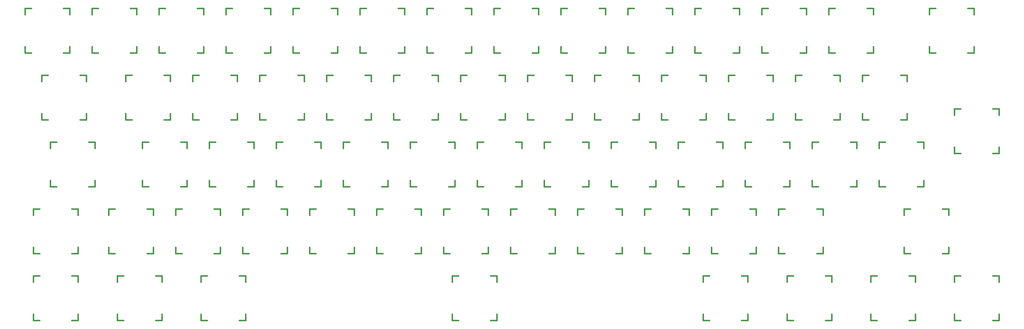
<source format=gto>
G04 #@! TF.FileFunction,Legend,Top*
%FSLAX46Y46*%
G04 Gerber Fmt 4.6, Leading zero omitted, Abs format (unit mm)*
G04 Created by KiCad (PCBNEW 4.0.5) date 02/06/17 19:39:07*
%MOMM*%
%LPD*%
G01*
G04 APERTURE LIST*
%ADD10C,0.100000*%
%ADD11C,0.381000*%
G04 APERTURE END LIST*
D10*
D11*
X279400000Y-22225000D02*
X281178000Y-22225000D01*
X290322000Y-22225000D02*
X292100000Y-22225000D01*
X292100000Y-22225000D02*
X292100000Y-24003000D01*
X292100000Y-33147000D02*
X292100000Y-34925000D01*
X292100000Y-34925000D02*
X290322000Y-34925000D01*
X281178000Y-34925000D02*
X279400000Y-34925000D01*
X279400000Y-34925000D02*
X279400000Y-33147000D01*
X279400000Y-24003000D02*
X279400000Y-22225000D01*
X286543750Y-50800000D02*
X288321750Y-50800000D01*
X297465750Y-50800000D02*
X299243750Y-50800000D01*
X299243750Y-50800000D02*
X299243750Y-52578000D01*
X299243750Y-61722000D02*
X299243750Y-63500000D01*
X299243750Y-63500000D02*
X297465750Y-63500000D01*
X288321750Y-63500000D02*
X286543750Y-63500000D01*
X286543750Y-63500000D02*
X286543750Y-61722000D01*
X286543750Y-52578000D02*
X286543750Y-50800000D01*
X272256250Y-79375000D02*
X274034250Y-79375000D01*
X283178250Y-79375000D02*
X284956250Y-79375000D01*
X284956250Y-79375000D02*
X284956250Y-81153000D01*
X284956250Y-90297000D02*
X284956250Y-92075000D01*
X284956250Y-92075000D02*
X283178250Y-92075000D01*
X274034250Y-92075000D02*
X272256250Y-92075000D01*
X272256250Y-92075000D02*
X272256250Y-90297000D01*
X272256250Y-81153000D02*
X272256250Y-79375000D01*
X143668750Y-98425000D02*
X145446750Y-98425000D01*
X154590750Y-98425000D02*
X156368750Y-98425000D01*
X156368750Y-98425000D02*
X156368750Y-100203000D01*
X156368750Y-109347000D02*
X156368750Y-111125000D01*
X156368750Y-111125000D02*
X154590750Y-111125000D01*
X145446750Y-111125000D02*
X143668750Y-111125000D01*
X143668750Y-111125000D02*
X143668750Y-109347000D01*
X143668750Y-100203000D02*
X143668750Y-98425000D01*
X29368750Y-60325000D02*
X31146750Y-60325000D01*
X40290750Y-60325000D02*
X42068750Y-60325000D01*
X42068750Y-60325000D02*
X42068750Y-62103000D01*
X42068750Y-71247000D02*
X42068750Y-73025000D01*
X42068750Y-73025000D02*
X40290750Y-73025000D01*
X31146750Y-73025000D02*
X29368750Y-73025000D01*
X29368750Y-73025000D02*
X29368750Y-71247000D01*
X29368750Y-62103000D02*
X29368750Y-60325000D01*
X26987500Y-41275000D02*
X28765500Y-41275000D01*
X37909500Y-41275000D02*
X39687500Y-41275000D01*
X39687500Y-41275000D02*
X39687500Y-43053000D01*
X39687500Y-52197000D02*
X39687500Y-53975000D01*
X39687500Y-53975000D02*
X37909500Y-53975000D01*
X28765500Y-53975000D02*
X26987500Y-53975000D01*
X26987500Y-53975000D02*
X26987500Y-52197000D01*
X26987500Y-43053000D02*
X26987500Y-41275000D01*
X22225000Y-22225000D02*
X24003000Y-22225000D01*
X33147000Y-22225000D02*
X34925000Y-22225000D01*
X34925000Y-22225000D02*
X34925000Y-24003000D01*
X34925000Y-33147000D02*
X34925000Y-34925000D01*
X34925000Y-34925000D02*
X33147000Y-34925000D01*
X24003000Y-34925000D02*
X22225000Y-34925000D01*
X22225000Y-34925000D02*
X22225000Y-33147000D01*
X22225000Y-24003000D02*
X22225000Y-22225000D01*
X41275000Y-22225000D02*
X43053000Y-22225000D01*
X52197000Y-22225000D02*
X53975000Y-22225000D01*
X53975000Y-22225000D02*
X53975000Y-24003000D01*
X53975000Y-33147000D02*
X53975000Y-34925000D01*
X53975000Y-34925000D02*
X52197000Y-34925000D01*
X43053000Y-34925000D02*
X41275000Y-34925000D01*
X41275000Y-34925000D02*
X41275000Y-33147000D01*
X41275000Y-24003000D02*
X41275000Y-22225000D01*
X265112500Y-60325000D02*
X266890500Y-60325000D01*
X276034500Y-60325000D02*
X277812500Y-60325000D01*
X277812500Y-60325000D02*
X277812500Y-62103000D01*
X277812500Y-71247000D02*
X277812500Y-73025000D01*
X277812500Y-73025000D02*
X276034500Y-73025000D01*
X266890500Y-73025000D02*
X265112500Y-73025000D01*
X265112500Y-73025000D02*
X265112500Y-71247000D01*
X265112500Y-62103000D02*
X265112500Y-60325000D01*
X260350000Y-41275000D02*
X262128000Y-41275000D01*
X271272000Y-41275000D02*
X273050000Y-41275000D01*
X273050000Y-41275000D02*
X273050000Y-43053000D01*
X273050000Y-52197000D02*
X273050000Y-53975000D01*
X273050000Y-53975000D02*
X271272000Y-53975000D01*
X262128000Y-53975000D02*
X260350000Y-53975000D01*
X260350000Y-53975000D02*
X260350000Y-52197000D01*
X260350000Y-43053000D02*
X260350000Y-41275000D01*
X250825000Y-22225000D02*
X252603000Y-22225000D01*
X261747000Y-22225000D02*
X263525000Y-22225000D01*
X263525000Y-22225000D02*
X263525000Y-24003000D01*
X263525000Y-33147000D02*
X263525000Y-34925000D01*
X263525000Y-34925000D02*
X261747000Y-34925000D01*
X252603000Y-34925000D02*
X250825000Y-34925000D01*
X250825000Y-34925000D02*
X250825000Y-33147000D01*
X250825000Y-24003000D02*
X250825000Y-22225000D01*
X236537500Y-79375000D02*
X238315500Y-79375000D01*
X247459500Y-79375000D02*
X249237500Y-79375000D01*
X249237500Y-79375000D02*
X249237500Y-81153000D01*
X249237500Y-90297000D02*
X249237500Y-92075000D01*
X249237500Y-92075000D02*
X247459500Y-92075000D01*
X238315500Y-92075000D02*
X236537500Y-92075000D01*
X236537500Y-92075000D02*
X236537500Y-90297000D01*
X236537500Y-81153000D02*
X236537500Y-79375000D01*
X246062500Y-60325000D02*
X247840500Y-60325000D01*
X256984500Y-60325000D02*
X258762500Y-60325000D01*
X258762500Y-60325000D02*
X258762500Y-62103000D01*
X258762500Y-71247000D02*
X258762500Y-73025000D01*
X258762500Y-73025000D02*
X256984500Y-73025000D01*
X247840500Y-73025000D02*
X246062500Y-73025000D01*
X246062500Y-73025000D02*
X246062500Y-71247000D01*
X246062500Y-62103000D02*
X246062500Y-60325000D01*
X241300000Y-41275000D02*
X243078000Y-41275000D01*
X252222000Y-41275000D02*
X254000000Y-41275000D01*
X254000000Y-41275000D02*
X254000000Y-43053000D01*
X254000000Y-52197000D02*
X254000000Y-53975000D01*
X254000000Y-53975000D02*
X252222000Y-53975000D01*
X243078000Y-53975000D02*
X241300000Y-53975000D01*
X241300000Y-53975000D02*
X241300000Y-52197000D01*
X241300000Y-43053000D02*
X241300000Y-41275000D01*
X231775000Y-22225000D02*
X233553000Y-22225000D01*
X242697000Y-22225000D02*
X244475000Y-22225000D01*
X244475000Y-22225000D02*
X244475000Y-24003000D01*
X244475000Y-33147000D02*
X244475000Y-34925000D01*
X244475000Y-34925000D02*
X242697000Y-34925000D01*
X233553000Y-34925000D02*
X231775000Y-34925000D01*
X231775000Y-34925000D02*
X231775000Y-33147000D01*
X231775000Y-24003000D02*
X231775000Y-22225000D01*
X217487500Y-79375000D02*
X219265500Y-79375000D01*
X228409500Y-79375000D02*
X230187500Y-79375000D01*
X230187500Y-79375000D02*
X230187500Y-81153000D01*
X230187500Y-90297000D02*
X230187500Y-92075000D01*
X230187500Y-92075000D02*
X228409500Y-92075000D01*
X219265500Y-92075000D02*
X217487500Y-92075000D01*
X217487500Y-92075000D02*
X217487500Y-90297000D01*
X217487500Y-81153000D02*
X217487500Y-79375000D01*
X227012500Y-60325000D02*
X228790500Y-60325000D01*
X237934500Y-60325000D02*
X239712500Y-60325000D01*
X239712500Y-60325000D02*
X239712500Y-62103000D01*
X239712500Y-71247000D02*
X239712500Y-73025000D01*
X239712500Y-73025000D02*
X237934500Y-73025000D01*
X228790500Y-73025000D02*
X227012500Y-73025000D01*
X227012500Y-73025000D02*
X227012500Y-71247000D01*
X227012500Y-62103000D02*
X227012500Y-60325000D01*
X222250000Y-41275000D02*
X224028000Y-41275000D01*
X233172000Y-41275000D02*
X234950000Y-41275000D01*
X234950000Y-41275000D02*
X234950000Y-43053000D01*
X234950000Y-52197000D02*
X234950000Y-53975000D01*
X234950000Y-53975000D02*
X233172000Y-53975000D01*
X224028000Y-53975000D02*
X222250000Y-53975000D01*
X222250000Y-53975000D02*
X222250000Y-52197000D01*
X222250000Y-43053000D02*
X222250000Y-41275000D01*
X212725000Y-22225000D02*
X214503000Y-22225000D01*
X223647000Y-22225000D02*
X225425000Y-22225000D01*
X225425000Y-22225000D02*
X225425000Y-24003000D01*
X225425000Y-33147000D02*
X225425000Y-34925000D01*
X225425000Y-34925000D02*
X223647000Y-34925000D01*
X214503000Y-34925000D02*
X212725000Y-34925000D01*
X212725000Y-34925000D02*
X212725000Y-33147000D01*
X212725000Y-24003000D02*
X212725000Y-22225000D01*
X193675000Y-22225000D02*
X195453000Y-22225000D01*
X204597000Y-22225000D02*
X206375000Y-22225000D01*
X206375000Y-22225000D02*
X206375000Y-24003000D01*
X206375000Y-33147000D02*
X206375000Y-34925000D01*
X206375000Y-34925000D02*
X204597000Y-34925000D01*
X195453000Y-34925000D02*
X193675000Y-34925000D01*
X193675000Y-34925000D02*
X193675000Y-33147000D01*
X193675000Y-24003000D02*
X193675000Y-22225000D01*
X174625000Y-22225000D02*
X176403000Y-22225000D01*
X185547000Y-22225000D02*
X187325000Y-22225000D01*
X187325000Y-22225000D02*
X187325000Y-24003000D01*
X187325000Y-33147000D02*
X187325000Y-34925000D01*
X187325000Y-34925000D02*
X185547000Y-34925000D01*
X176403000Y-34925000D02*
X174625000Y-34925000D01*
X174625000Y-34925000D02*
X174625000Y-33147000D01*
X174625000Y-24003000D02*
X174625000Y-22225000D01*
X155575000Y-22225000D02*
X157353000Y-22225000D01*
X166497000Y-22225000D02*
X168275000Y-22225000D01*
X168275000Y-22225000D02*
X168275000Y-24003000D01*
X168275000Y-33147000D02*
X168275000Y-34925000D01*
X168275000Y-34925000D02*
X166497000Y-34925000D01*
X157353000Y-34925000D02*
X155575000Y-34925000D01*
X155575000Y-34925000D02*
X155575000Y-33147000D01*
X155575000Y-24003000D02*
X155575000Y-22225000D01*
X136525000Y-22225000D02*
X138303000Y-22225000D01*
X147447000Y-22225000D02*
X149225000Y-22225000D01*
X149225000Y-22225000D02*
X149225000Y-24003000D01*
X149225000Y-33147000D02*
X149225000Y-34925000D01*
X149225000Y-34925000D02*
X147447000Y-34925000D01*
X138303000Y-34925000D02*
X136525000Y-34925000D01*
X136525000Y-34925000D02*
X136525000Y-33147000D01*
X136525000Y-24003000D02*
X136525000Y-22225000D01*
X117475000Y-22225000D02*
X119253000Y-22225000D01*
X128397000Y-22225000D02*
X130175000Y-22225000D01*
X130175000Y-22225000D02*
X130175000Y-24003000D01*
X130175000Y-33147000D02*
X130175000Y-34925000D01*
X130175000Y-34925000D02*
X128397000Y-34925000D01*
X119253000Y-34925000D02*
X117475000Y-34925000D01*
X117475000Y-34925000D02*
X117475000Y-33147000D01*
X117475000Y-24003000D02*
X117475000Y-22225000D01*
X98425000Y-22225000D02*
X100203000Y-22225000D01*
X109347000Y-22225000D02*
X111125000Y-22225000D01*
X111125000Y-22225000D02*
X111125000Y-24003000D01*
X111125000Y-33147000D02*
X111125000Y-34925000D01*
X111125000Y-34925000D02*
X109347000Y-34925000D01*
X100203000Y-34925000D02*
X98425000Y-34925000D01*
X98425000Y-34925000D02*
X98425000Y-33147000D01*
X98425000Y-24003000D02*
X98425000Y-22225000D01*
X79375000Y-22225000D02*
X81153000Y-22225000D01*
X90297000Y-22225000D02*
X92075000Y-22225000D01*
X92075000Y-22225000D02*
X92075000Y-24003000D01*
X92075000Y-33147000D02*
X92075000Y-34925000D01*
X92075000Y-34925000D02*
X90297000Y-34925000D01*
X81153000Y-34925000D02*
X79375000Y-34925000D01*
X79375000Y-34925000D02*
X79375000Y-33147000D01*
X79375000Y-24003000D02*
X79375000Y-22225000D01*
X60325000Y-22225000D02*
X62103000Y-22225000D01*
X71247000Y-22225000D02*
X73025000Y-22225000D01*
X73025000Y-22225000D02*
X73025000Y-24003000D01*
X73025000Y-33147000D02*
X73025000Y-34925000D01*
X73025000Y-34925000D02*
X71247000Y-34925000D01*
X62103000Y-34925000D02*
X60325000Y-34925000D01*
X60325000Y-34925000D02*
X60325000Y-33147000D01*
X60325000Y-24003000D02*
X60325000Y-22225000D01*
X198437500Y-79375000D02*
X200215500Y-79375000D01*
X209359500Y-79375000D02*
X211137500Y-79375000D01*
X211137500Y-79375000D02*
X211137500Y-81153000D01*
X211137500Y-90297000D02*
X211137500Y-92075000D01*
X211137500Y-92075000D02*
X209359500Y-92075000D01*
X200215500Y-92075000D02*
X198437500Y-92075000D01*
X198437500Y-92075000D02*
X198437500Y-90297000D01*
X198437500Y-81153000D02*
X198437500Y-79375000D01*
X179387500Y-79375000D02*
X181165500Y-79375000D01*
X190309500Y-79375000D02*
X192087500Y-79375000D01*
X192087500Y-79375000D02*
X192087500Y-81153000D01*
X192087500Y-90297000D02*
X192087500Y-92075000D01*
X192087500Y-92075000D02*
X190309500Y-92075000D01*
X181165500Y-92075000D02*
X179387500Y-92075000D01*
X179387500Y-92075000D02*
X179387500Y-90297000D01*
X179387500Y-81153000D02*
X179387500Y-79375000D01*
X160337500Y-79375000D02*
X162115500Y-79375000D01*
X171259500Y-79375000D02*
X173037500Y-79375000D01*
X173037500Y-79375000D02*
X173037500Y-81153000D01*
X173037500Y-90297000D02*
X173037500Y-92075000D01*
X173037500Y-92075000D02*
X171259500Y-92075000D01*
X162115500Y-92075000D02*
X160337500Y-92075000D01*
X160337500Y-92075000D02*
X160337500Y-90297000D01*
X160337500Y-81153000D02*
X160337500Y-79375000D01*
X141287500Y-79375000D02*
X143065500Y-79375000D01*
X152209500Y-79375000D02*
X153987500Y-79375000D01*
X153987500Y-79375000D02*
X153987500Y-81153000D01*
X153987500Y-90297000D02*
X153987500Y-92075000D01*
X153987500Y-92075000D02*
X152209500Y-92075000D01*
X143065500Y-92075000D02*
X141287500Y-92075000D01*
X141287500Y-92075000D02*
X141287500Y-90297000D01*
X141287500Y-81153000D02*
X141287500Y-79375000D01*
X122237500Y-79375000D02*
X124015500Y-79375000D01*
X133159500Y-79375000D02*
X134937500Y-79375000D01*
X134937500Y-79375000D02*
X134937500Y-81153000D01*
X134937500Y-90297000D02*
X134937500Y-92075000D01*
X134937500Y-92075000D02*
X133159500Y-92075000D01*
X124015500Y-92075000D02*
X122237500Y-92075000D01*
X122237500Y-92075000D02*
X122237500Y-90297000D01*
X122237500Y-81153000D02*
X122237500Y-79375000D01*
X103187500Y-79375000D02*
X104965500Y-79375000D01*
X114109500Y-79375000D02*
X115887500Y-79375000D01*
X115887500Y-79375000D02*
X115887500Y-81153000D01*
X115887500Y-90297000D02*
X115887500Y-92075000D01*
X115887500Y-92075000D02*
X114109500Y-92075000D01*
X104965500Y-92075000D02*
X103187500Y-92075000D01*
X103187500Y-92075000D02*
X103187500Y-90297000D01*
X103187500Y-81153000D02*
X103187500Y-79375000D01*
X84137500Y-79375000D02*
X85915500Y-79375000D01*
X95059500Y-79375000D02*
X96837500Y-79375000D01*
X96837500Y-79375000D02*
X96837500Y-81153000D01*
X96837500Y-90297000D02*
X96837500Y-92075000D01*
X96837500Y-92075000D02*
X95059500Y-92075000D01*
X85915500Y-92075000D02*
X84137500Y-92075000D01*
X84137500Y-92075000D02*
X84137500Y-90297000D01*
X84137500Y-81153000D02*
X84137500Y-79375000D01*
X65087500Y-79375000D02*
X66865500Y-79375000D01*
X76009500Y-79375000D02*
X77787500Y-79375000D01*
X77787500Y-79375000D02*
X77787500Y-81153000D01*
X77787500Y-90297000D02*
X77787500Y-92075000D01*
X77787500Y-92075000D02*
X76009500Y-92075000D01*
X66865500Y-92075000D02*
X65087500Y-92075000D01*
X65087500Y-92075000D02*
X65087500Y-90297000D01*
X65087500Y-81153000D02*
X65087500Y-79375000D01*
X46037500Y-79375000D02*
X47815500Y-79375000D01*
X56959500Y-79375000D02*
X58737500Y-79375000D01*
X58737500Y-79375000D02*
X58737500Y-81153000D01*
X58737500Y-90297000D02*
X58737500Y-92075000D01*
X58737500Y-92075000D02*
X56959500Y-92075000D01*
X47815500Y-92075000D02*
X46037500Y-92075000D01*
X46037500Y-92075000D02*
X46037500Y-90297000D01*
X46037500Y-81153000D02*
X46037500Y-79375000D01*
X207962500Y-60325000D02*
X209740500Y-60325000D01*
X218884500Y-60325000D02*
X220662500Y-60325000D01*
X220662500Y-60325000D02*
X220662500Y-62103000D01*
X220662500Y-71247000D02*
X220662500Y-73025000D01*
X220662500Y-73025000D02*
X218884500Y-73025000D01*
X209740500Y-73025000D02*
X207962500Y-73025000D01*
X207962500Y-73025000D02*
X207962500Y-71247000D01*
X207962500Y-62103000D02*
X207962500Y-60325000D01*
X188912500Y-60325000D02*
X190690500Y-60325000D01*
X199834500Y-60325000D02*
X201612500Y-60325000D01*
X201612500Y-60325000D02*
X201612500Y-62103000D01*
X201612500Y-71247000D02*
X201612500Y-73025000D01*
X201612500Y-73025000D02*
X199834500Y-73025000D01*
X190690500Y-73025000D02*
X188912500Y-73025000D01*
X188912500Y-73025000D02*
X188912500Y-71247000D01*
X188912500Y-62103000D02*
X188912500Y-60325000D01*
X169862500Y-60325000D02*
X171640500Y-60325000D01*
X180784500Y-60325000D02*
X182562500Y-60325000D01*
X182562500Y-60325000D02*
X182562500Y-62103000D01*
X182562500Y-71247000D02*
X182562500Y-73025000D01*
X182562500Y-73025000D02*
X180784500Y-73025000D01*
X171640500Y-73025000D02*
X169862500Y-73025000D01*
X169862500Y-73025000D02*
X169862500Y-71247000D01*
X169862500Y-62103000D02*
X169862500Y-60325000D01*
X150812500Y-60325000D02*
X152590500Y-60325000D01*
X161734500Y-60325000D02*
X163512500Y-60325000D01*
X163512500Y-60325000D02*
X163512500Y-62103000D01*
X163512500Y-71247000D02*
X163512500Y-73025000D01*
X163512500Y-73025000D02*
X161734500Y-73025000D01*
X152590500Y-73025000D02*
X150812500Y-73025000D01*
X150812500Y-73025000D02*
X150812500Y-71247000D01*
X150812500Y-62103000D02*
X150812500Y-60325000D01*
X131762500Y-60325000D02*
X133540500Y-60325000D01*
X142684500Y-60325000D02*
X144462500Y-60325000D01*
X144462500Y-60325000D02*
X144462500Y-62103000D01*
X144462500Y-71247000D02*
X144462500Y-73025000D01*
X144462500Y-73025000D02*
X142684500Y-73025000D01*
X133540500Y-73025000D02*
X131762500Y-73025000D01*
X131762500Y-73025000D02*
X131762500Y-71247000D01*
X131762500Y-62103000D02*
X131762500Y-60325000D01*
X112712500Y-60325000D02*
X114490500Y-60325000D01*
X123634500Y-60325000D02*
X125412500Y-60325000D01*
X125412500Y-60325000D02*
X125412500Y-62103000D01*
X125412500Y-71247000D02*
X125412500Y-73025000D01*
X125412500Y-73025000D02*
X123634500Y-73025000D01*
X114490500Y-73025000D02*
X112712500Y-73025000D01*
X112712500Y-73025000D02*
X112712500Y-71247000D01*
X112712500Y-62103000D02*
X112712500Y-60325000D01*
X93662500Y-60325000D02*
X95440500Y-60325000D01*
X104584500Y-60325000D02*
X106362500Y-60325000D01*
X106362500Y-60325000D02*
X106362500Y-62103000D01*
X106362500Y-71247000D02*
X106362500Y-73025000D01*
X106362500Y-73025000D02*
X104584500Y-73025000D01*
X95440500Y-73025000D02*
X93662500Y-73025000D01*
X93662500Y-73025000D02*
X93662500Y-71247000D01*
X93662500Y-62103000D02*
X93662500Y-60325000D01*
X74612500Y-60325000D02*
X76390500Y-60325000D01*
X85534500Y-60325000D02*
X87312500Y-60325000D01*
X87312500Y-60325000D02*
X87312500Y-62103000D01*
X87312500Y-71247000D02*
X87312500Y-73025000D01*
X87312500Y-73025000D02*
X85534500Y-73025000D01*
X76390500Y-73025000D02*
X74612500Y-73025000D01*
X74612500Y-73025000D02*
X74612500Y-71247000D01*
X74612500Y-62103000D02*
X74612500Y-60325000D01*
X55562500Y-60325000D02*
X57340500Y-60325000D01*
X66484500Y-60325000D02*
X68262500Y-60325000D01*
X68262500Y-60325000D02*
X68262500Y-62103000D01*
X68262500Y-71247000D02*
X68262500Y-73025000D01*
X68262500Y-73025000D02*
X66484500Y-73025000D01*
X57340500Y-73025000D02*
X55562500Y-73025000D01*
X55562500Y-73025000D02*
X55562500Y-71247000D01*
X55562500Y-62103000D02*
X55562500Y-60325000D01*
X203200000Y-41275000D02*
X204978000Y-41275000D01*
X214122000Y-41275000D02*
X215900000Y-41275000D01*
X215900000Y-41275000D02*
X215900000Y-43053000D01*
X215900000Y-52197000D02*
X215900000Y-53975000D01*
X215900000Y-53975000D02*
X214122000Y-53975000D01*
X204978000Y-53975000D02*
X203200000Y-53975000D01*
X203200000Y-53975000D02*
X203200000Y-52197000D01*
X203200000Y-43053000D02*
X203200000Y-41275000D01*
X184150000Y-41275000D02*
X185928000Y-41275000D01*
X195072000Y-41275000D02*
X196850000Y-41275000D01*
X196850000Y-41275000D02*
X196850000Y-43053000D01*
X196850000Y-52197000D02*
X196850000Y-53975000D01*
X196850000Y-53975000D02*
X195072000Y-53975000D01*
X185928000Y-53975000D02*
X184150000Y-53975000D01*
X184150000Y-53975000D02*
X184150000Y-52197000D01*
X184150000Y-43053000D02*
X184150000Y-41275000D01*
X165100000Y-41275000D02*
X166878000Y-41275000D01*
X176022000Y-41275000D02*
X177800000Y-41275000D01*
X177800000Y-41275000D02*
X177800000Y-43053000D01*
X177800000Y-52197000D02*
X177800000Y-53975000D01*
X177800000Y-53975000D02*
X176022000Y-53975000D01*
X166878000Y-53975000D02*
X165100000Y-53975000D01*
X165100000Y-53975000D02*
X165100000Y-52197000D01*
X165100000Y-43053000D02*
X165100000Y-41275000D01*
X146050000Y-41275000D02*
X147828000Y-41275000D01*
X156972000Y-41275000D02*
X158750000Y-41275000D01*
X158750000Y-41275000D02*
X158750000Y-43053000D01*
X158750000Y-52197000D02*
X158750000Y-53975000D01*
X158750000Y-53975000D02*
X156972000Y-53975000D01*
X147828000Y-53975000D02*
X146050000Y-53975000D01*
X146050000Y-53975000D02*
X146050000Y-52197000D01*
X146050000Y-43053000D02*
X146050000Y-41275000D01*
X127000000Y-41275000D02*
X128778000Y-41275000D01*
X137922000Y-41275000D02*
X139700000Y-41275000D01*
X139700000Y-41275000D02*
X139700000Y-43053000D01*
X139700000Y-52197000D02*
X139700000Y-53975000D01*
X139700000Y-53975000D02*
X137922000Y-53975000D01*
X128778000Y-53975000D02*
X127000000Y-53975000D01*
X127000000Y-53975000D02*
X127000000Y-52197000D01*
X127000000Y-43053000D02*
X127000000Y-41275000D01*
X107950000Y-41275000D02*
X109728000Y-41275000D01*
X118872000Y-41275000D02*
X120650000Y-41275000D01*
X120650000Y-41275000D02*
X120650000Y-43053000D01*
X120650000Y-52197000D02*
X120650000Y-53975000D01*
X120650000Y-53975000D02*
X118872000Y-53975000D01*
X109728000Y-53975000D02*
X107950000Y-53975000D01*
X107950000Y-53975000D02*
X107950000Y-52197000D01*
X107950000Y-43053000D02*
X107950000Y-41275000D01*
X88900000Y-41275000D02*
X90678000Y-41275000D01*
X99822000Y-41275000D02*
X101600000Y-41275000D01*
X101600000Y-41275000D02*
X101600000Y-43053000D01*
X101600000Y-52197000D02*
X101600000Y-53975000D01*
X101600000Y-53975000D02*
X99822000Y-53975000D01*
X90678000Y-53975000D02*
X88900000Y-53975000D01*
X88900000Y-53975000D02*
X88900000Y-52197000D01*
X88900000Y-43053000D02*
X88900000Y-41275000D01*
X69850000Y-41275000D02*
X71628000Y-41275000D01*
X80772000Y-41275000D02*
X82550000Y-41275000D01*
X82550000Y-41275000D02*
X82550000Y-43053000D01*
X82550000Y-52197000D02*
X82550000Y-53975000D01*
X82550000Y-53975000D02*
X80772000Y-53975000D01*
X71628000Y-53975000D02*
X69850000Y-53975000D01*
X69850000Y-53975000D02*
X69850000Y-52197000D01*
X69850000Y-43053000D02*
X69850000Y-41275000D01*
X50800000Y-41275000D02*
X52578000Y-41275000D01*
X61722000Y-41275000D02*
X63500000Y-41275000D01*
X63500000Y-41275000D02*
X63500000Y-43053000D01*
X63500000Y-52197000D02*
X63500000Y-53975000D01*
X63500000Y-53975000D02*
X61722000Y-53975000D01*
X52578000Y-53975000D02*
X50800000Y-53975000D01*
X50800000Y-53975000D02*
X50800000Y-52197000D01*
X50800000Y-43053000D02*
X50800000Y-41275000D01*
X286543750Y-98425000D02*
X288321750Y-98425000D01*
X297465750Y-98425000D02*
X299243750Y-98425000D01*
X299243750Y-98425000D02*
X299243750Y-100203000D01*
X299243750Y-109347000D02*
X299243750Y-111125000D01*
X299243750Y-111125000D02*
X297465750Y-111125000D01*
X288321750Y-111125000D02*
X286543750Y-111125000D01*
X286543750Y-111125000D02*
X286543750Y-109347000D01*
X286543750Y-100203000D02*
X286543750Y-98425000D01*
X262731250Y-98425000D02*
X264509250Y-98425000D01*
X273653250Y-98425000D02*
X275431250Y-98425000D01*
X275431250Y-98425000D02*
X275431250Y-100203000D01*
X275431250Y-109347000D02*
X275431250Y-111125000D01*
X275431250Y-111125000D02*
X273653250Y-111125000D01*
X264509250Y-111125000D02*
X262731250Y-111125000D01*
X262731250Y-111125000D02*
X262731250Y-109347000D01*
X262731250Y-100203000D02*
X262731250Y-98425000D01*
X238918750Y-98425000D02*
X240696750Y-98425000D01*
X249840750Y-98425000D02*
X251618750Y-98425000D01*
X251618750Y-98425000D02*
X251618750Y-100203000D01*
X251618750Y-109347000D02*
X251618750Y-111125000D01*
X251618750Y-111125000D02*
X249840750Y-111125000D01*
X240696750Y-111125000D02*
X238918750Y-111125000D01*
X238918750Y-111125000D02*
X238918750Y-109347000D01*
X238918750Y-100203000D02*
X238918750Y-98425000D01*
X215106250Y-98425000D02*
X216884250Y-98425000D01*
X226028250Y-98425000D02*
X227806250Y-98425000D01*
X227806250Y-98425000D02*
X227806250Y-100203000D01*
X227806250Y-109347000D02*
X227806250Y-111125000D01*
X227806250Y-111125000D02*
X226028250Y-111125000D01*
X216884250Y-111125000D02*
X215106250Y-111125000D01*
X215106250Y-111125000D02*
X215106250Y-109347000D01*
X215106250Y-100203000D02*
X215106250Y-98425000D01*
X72231250Y-98425000D02*
X74009250Y-98425000D01*
X83153250Y-98425000D02*
X84931250Y-98425000D01*
X84931250Y-98425000D02*
X84931250Y-100203000D01*
X84931250Y-109347000D02*
X84931250Y-111125000D01*
X84931250Y-111125000D02*
X83153250Y-111125000D01*
X74009250Y-111125000D02*
X72231250Y-111125000D01*
X72231250Y-111125000D02*
X72231250Y-109347000D01*
X72231250Y-100203000D02*
X72231250Y-98425000D01*
X48418750Y-98425000D02*
X50196750Y-98425000D01*
X59340750Y-98425000D02*
X61118750Y-98425000D01*
X61118750Y-98425000D02*
X61118750Y-100203000D01*
X61118750Y-109347000D02*
X61118750Y-111125000D01*
X61118750Y-111125000D02*
X59340750Y-111125000D01*
X50196750Y-111125000D02*
X48418750Y-111125000D01*
X48418750Y-111125000D02*
X48418750Y-109347000D01*
X48418750Y-100203000D02*
X48418750Y-98425000D01*
X24606250Y-98425000D02*
X26384250Y-98425000D01*
X35528250Y-98425000D02*
X37306250Y-98425000D01*
X37306250Y-98425000D02*
X37306250Y-100203000D01*
X37306250Y-109347000D02*
X37306250Y-111125000D01*
X37306250Y-111125000D02*
X35528250Y-111125000D01*
X26384250Y-111125000D02*
X24606250Y-111125000D01*
X24606250Y-111125000D02*
X24606250Y-109347000D01*
X24606250Y-100203000D02*
X24606250Y-98425000D01*
X24606250Y-79375000D02*
X26384250Y-79375000D01*
X35528250Y-79375000D02*
X37306250Y-79375000D01*
X37306250Y-79375000D02*
X37306250Y-81153000D01*
X37306250Y-90297000D02*
X37306250Y-92075000D01*
X37306250Y-92075000D02*
X35528250Y-92075000D01*
X26384250Y-92075000D02*
X24606250Y-92075000D01*
X24606250Y-92075000D02*
X24606250Y-90297000D01*
X24606250Y-81153000D02*
X24606250Y-79375000D01*
M02*

</source>
